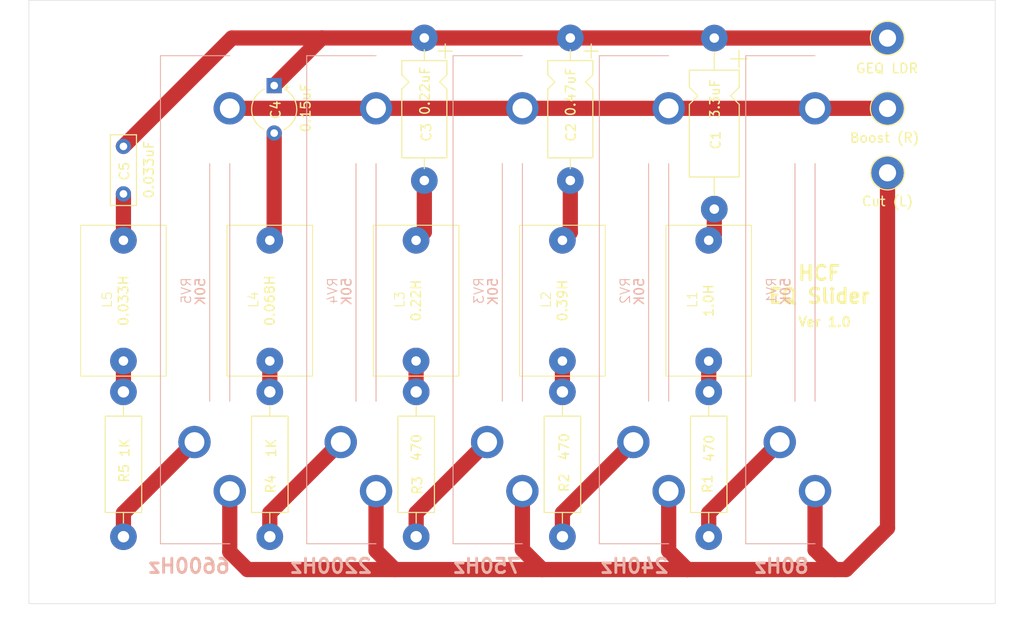
<source format=kicad_pcb>
(kicad_pcb (version 20241229) (generator "pcbnew") (generator_version "9.0")
  (layers (0 "F.Cu" signal) (2 "B.Cu" signal) (13 "F.Paste" user) (15 "B.Paste" user) (5 "F.SilkS" user "F.Silkscreen") (7 "B.SilkS" user "B.Silkscreen") (1 "F.Mask" user) (3 "B.Mask" user) (25 "Edge.Cuts" user))
  (net 0 "")
  (net 1 "Net-(C1-Pad1)")
  (net 2 "Net-(C1-Pad2)")
  (net 3 "Net-(C2-Pad2)")
  (net 4 "Net-(C3-Pad2)")
  (net 5 "Net-(R1-Pad1)")
  (net 6 "Net-(L1-Pad1)")
  (net 7 "Net-(L2-Pad1)")
  (net 8 "Net-(R2-Pad1)")
  (net 9 "Net-(R3-Pad1)")
  (net 10 "Net-(L3-Pad1)")
  (net 11 "Net-(R4-Pad1)")
  (net 12 "Net-(L4-Pad1)")
  (net 13 "Net-(L5-Pad1)")
  (net 14 "Net-(R5-Pad1)")
  (net 15 "Net-(RV1-Pad3)")
  (net 16 "Net-(RV1-Pad1)")
  (net 17 "Net-(C5-Pad2)")
  (net 18 "Net-(C4-Pad2)")
  (footprint "MountingHole:MountingHole_4mm" (layer "F.Cu") (at 202.82 126.03)
    (property "Reference" "REF**" (hide yes))
    (property "Value" "MountingHole_4mm")
    (pad "" np_thru_hole circle (at 0 0) (size 4 4) (drill 4) (layers "*.Cu" "*.Mask"))
  )
  (footprint "Capacitor_THT:CP_Axial_L10.0mm_D4.5mm_P15.00mm_Horizontal" (layer "F.Cu") (at 162.4475 70.81 -90)
    (property "Reference" "C2" (at 9.93 -0.0725 90) (layer "F.SilkS"))
    (property "Value" "0.47uF" (at 5.67 -0.0325 90) (layer "F.SilkS"))
    (fp_line (start 2.38 2.37) (end 3.88 2.37) (stroke (width 0.12)) (layer "F.SilkS"))
    (fp_line (start 3.88 2.37) (end 4.63 1.62) (stroke (width 0.12)) (layer "F.SilkS"))
    (fp_line (start 5.38 2.37) (end 12.62 2.37) (stroke (width 0.12)) (layer "F.SilkS"))
    (fp_line (start 4.63 1.62) (end 5.38 2.37) (stroke (width 0.12)) (layer "F.SilkS"))
    (fp_line (start 1.24 0) (end 2.38 0) (stroke (width 0.12)) (layer "F.SilkS"))
    (fp_line (start 13.76 0) (end 12.62 0) (stroke (width 0.12)) (layer "F.SilkS"))
    (fp_line (start 4.63 -1.62) (end 5.38 -2.37) (stroke (width 0.12)) (layer "F.SilkS"))
    (fp_line (start 0.63 -2.2) (end 2.13 -2.2) (stroke (width 0.12)) (layer "F.SilkS"))
    (fp_line (start 2.38 -2.37) (end 2.38 2.37) (stroke (width 0.12)) (layer "F.SilkS"))
    (fp_line (start 2.38 -2.37) (end 3.88 -2.37) (stroke (width 0.12)) (layer "F.SilkS"))
    (fp_line (start 3.88 -2.37) (end 4.63 -1.62) (stroke (width 0.12)) (layer "F.SilkS"))
    (fp_line (start 5.38 -2.37) (end 12.62 -2.37) (stroke (width 0.12)) (layer "F.SilkS"))
    (fp_line (start 12.62 -2.37) (end 12.62 2.37) (stroke (width 0.12)) (layer "F.SilkS"))
    (fp_line (start 1.38 -2.95) (end 1.38 -1.45) (stroke (width 0.12)) (layer "F.SilkS"))
    (pad "1" thru_hole circle (at 0 0 270) (size 2.8 2.8) (drill 1) (layers "*.Cu" "*.Mask") (net 1 "Net-(C1-Pad1)"))
    (pad "2" thru_hole circle (at 15 0 270) (size 2.8 2.8) (drill 1) (layers "*.Cu" "*.Mask") (net 3 "Net-(C2-Pad2)"))
  )
  (footprint "Resistor_THT:R_Axial_DIN0411_L9.9mm_D3.6mm_P15.24mm_Horizontal" (layer "F.Cu") (at 146.24 123.295 90)
    (property "Reference" "R3" (at 5.4 0.12 90) (layer "F.SilkS"))
    (property "Value" "470" (at 9.38 0.03 90) (layer "F.SilkS"))
    (fp_line (start 12.69 -1.92) (end 2.55 -1.92) (stroke (width 0.12)) (layer "F.SilkS"))
    (fp_line (start 2.55 -1.92) (end 2.55 1.92) (stroke (width 0.12)) (layer "F.SilkS"))
    (fp_line (start 13.8 0) (end 12.69 0) (stroke (width 0.12)) (layer "F.SilkS"))
    (fp_line (start 1.44 0) (end 2.55 0) (stroke (width 0.12)) (layer "F.SilkS"))
    (fp_line (start 12.69 1.92) (end 12.69 -1.92) (stroke (width 0.12)) (layer "F.SilkS"))
    (fp_line (start 2.55 1.92) (end 12.69 1.92) (stroke (width 0.12)) (layer "F.SilkS"))
    (pad "1" thru_hole circle (at 0 0 90) (size 2.8 2.8) (drill 1.2) (layers "*.Cu" "*.Mask") (net 9 "Net-(R3-Pad1)"))
    (pad "2" thru_hole circle (at 15.24 0 90) (size 2.8 2.8) (drill 1.2) (layers "*.Cu" "*.Mask") (net 10 "Net-(L3-Pad1)"))
  )
  (footprint "Capacitor_THT:CP_Axial_L11.0mm_D5.0mm_P18.00mm_Horizontal" (layer "F.Cu") (at 177.5875 70.82 -90)
    (property "Reference" "C1" (at 10.75 -0.1425 90) (layer "F.SilkS"))
    (property "Value" "3.3uF" (at 6.41 -0.0625 90) (layer "F.SilkS"))
    (fp_line (start 3.38 2.62) (end 5.18 2.62) (stroke (width 0.12)) (layer "F.SilkS"))
    (fp_line (start 5.18 2.62) (end 6.08 1.72) (stroke (width 0.12)) (layer "F.SilkS"))
    (fp_line (start 6.98 2.62) (end 14.62 2.62) (stroke (width 0.12)) (layer "F.SilkS"))
    (fp_line (start 6.08 1.72) (end 6.98 2.62) (stroke (width 0.12)) (layer "F.SilkS"))
    (fp_line (start 1.44 0) (end 3.38 0) (stroke (width 0.12)) (layer "F.SilkS"))
    (fp_line (start 16.56 0) (end 14.62 0) (stroke (width 0.12)) (layer "F.SilkS"))
    (fp_line (start 6.08 -1.72) (end 6.98 -2.62) (stroke (width 0.12)) (layer "F.SilkS"))
    (fp_line (start 1.28 -2.6) (end 3.08 -2.6) (stroke (width 0.12)) (layer "F.SilkS"))
    (fp_line (start 3.38 -2.62) (end 3.38 2.62) (stroke (width 0.12)) (layer "F.SilkS"))
    (fp_line (start 3.38 -2.62) (end 5.18 -2.62) (stroke (width 0.12)) (layer "F.SilkS"))
    (fp_line (start 5.18 -2.62) (end 6.08 -1.72) (stroke (width 0.12)) (layer "F.SilkS"))
    (fp_line (start 6.98 -2.62) (end 14.62 -2.62) (stroke (width 0.12)) (layer "F.SilkS"))
    (fp_line (start 14.62 -2.62) (end 14.62 2.62) (stroke (width 0.12)) (layer "F.SilkS"))
    (fp_line (start 2.18 -3.5) (end 2.18 -1.7) (stroke (width 0.12)) (layer "F.SilkS"))
    (pad "1" thru_hole circle (at 0 0 270) (size 2.8 2.8) (drill 1) (layers "*.Cu" "*.Mask") (net 1 "Net-(C1-Pad1)"))
    (pad "2" thru_hole circle (at 18 0 270) (size 2.8 2.8) (drill 1) (layers "*.Cu" "*.Mask") (net 2 "Net-(C1-Pad2)"))
  )
  (footprint "HiroFootprints:MB Inductor" (layer "F.Cu") (at 177 104.805 90)
    (property "Reference" "L1" (at 6.46 -1.72 90) (layer "F.SilkS") (effects (font (thickness 0.1))))
    (property "Value" "1.0H" (at 6.35 0 90) (layer "F.SilkS"))
    (fp_rect (start -1.5875 -4.5) (end 14.2875 4.5) (stroke (width 0.1)) (fill no) (layer "F.SilkS"))
    (pad "1" thru_hole circle (at 0 0 90) (size 2.8 2.8) (drill 1) (layers "*.Cu" "*.Mask") (net 6 "Net-(L1-Pad1)"))
    (pad "2" thru_hole circle (at 12.7 0 90) (size 2.8 2.8) (drill 1) (layers "*.Cu" "*.Mask") (net 2 "Net-(C1-Pad2)"))
  )
  (footprint "Resistor_THT:R_Axial_DIN0411_L9.9mm_D3.6mm_P15.24mm_Horizontal" (layer "F.Cu") (at 115.46 123.295 90)
    (property "Reference" "R5" (at 6.67 0.07 90) (layer "F.SilkS"))
    (property "Value" "1K" (at 9.36 0.12 90) (layer "F.SilkS"))
    (fp_line (start 12.69 -1.92) (end 2.55 -1.92) (stroke (width 0.12)) (layer "F.SilkS"))
    (fp_line (start 2.55 -1.92) (end 2.55 1.92) (stroke (width 0.12)) (layer "F.SilkS"))
    (fp_line (start 13.8 0) (end 12.69 0) (stroke (width 0.12)) (layer "F.SilkS"))
    (fp_line (start 1.44 0) (end 2.55 0) (stroke (width 0.12)) (layer "F.SilkS"))
    (fp_line (start 12.69 1.92) (end 12.69 -1.92) (stroke (width 0.12)) (layer "F.SilkS"))
    (fp_line (start 2.55 1.92) (end 12.69 1.92) (stroke (width 0.12)) (layer "F.SilkS"))
    (pad "1" thru_hole circle (at 0 0 90) (size 2.8 2.8) (drill 1.2) (layers "*.Cu" "*.Mask") (net 14 "Net-(R5-Pad1)"))
    (pad "2" thru_hole circle (at 15.24 0 90) (size 2.8 2.8) (drill 1.2) (layers "*.Cu" "*.Mask") (net 13 "Net-(L5-Pad1)"))
  )
  (footprint "Capacitor_THT:CP_Radial_Tantal_D4.5mm_P5.00mm" (layer "F.Cu") (at 131.31 75.82 -90)
    (property "Reference" "C4" (at 2.56 -0.16 90) (layer "F.SilkS"))
    (property "Value" "0.15uF" (at 2.36 -3.31 90) (layer "F.SilkS"))
    (fp_line (start -0.037288 -1.335) (end 0.412712 -1.335) (stroke (width 0.12)) (layer "F.SilkS"))
    (fp_line (start 0.187712 -1.56) (end 0.187712 -1.11) (stroke (width 0.12)) (layer "F.SilkS"))
    (fp_arc (start 4.619741 1.06) (mid 2.5 2.37) (end 0.380259 1.06) (stroke (width 0.12)) (layer "F.SilkS"))
    (fp_arc (start 0.380259 -1.06) (mid 2.5 -2.37) (end 4.619741 -1.06) (stroke (width 0.12)) (layer "F.SilkS"))
    (pad "1" thru_hole rect (at 0 0 270) (size 1.6 1.6) (drill 0.8) (layers "*.Cu" "*.Mask") (net 1 "Net-(C1-Pad1)"))
    (pad "2" thru_hole circle (at 5 0 270) (size 1.6 1.6) (drill 0.8) (layers "*.Cu" "*.Mask") (net 18 "Net-(C4-Pad2)"))
  )
  (footprint "HiroFootprints:Out_Hole_3.4_1.8" (layer "F.Cu") (at 195.8 85)
    (property "Reference" "TP1" (hide yes))
    (property "Value" "Cut (L)" (at 0 3 0) (layer "F.SilkS"))
    (fp_circle (center 0 0) (end 1.8 0) (stroke (width 0.12)) (fill no) (layer "F.SilkS"))
    (pad "1" thru_hole circle (at 0 0) (size 3.4 3.4) (drill 1.8) (layers "*.Cu" "*.Mask") (net 15 "Net-(RV1-Pad3)"))
  )
  (footprint "MountingHole:MountingHole_4mm" (layer "F.Cu") (at 109.82 71.15)
    (property "Reference" "REF**" (hide yes))
    (property "Value" "MountingHole_4mm")
    (pad "" np_thru_hole circle (at 0 0) (size 4 4) (drill 4) (layers "*.Cu" "*.Mask"))
  )
  (footprint "Resistor_THT:R_Axial_DIN0411_L9.9mm_D3.6mm_P15.24mm_Horizontal" (layer "F.Cu") (at 161.6175 123.295 90)
    (property "Reference" "R2" (at 5.67 0.19 90) (layer "F.SilkS"))
    (property "Value" "470" (at 9.47 0.19 90) (layer "F.SilkS"))
    (fp_line (start 12.69 -1.92) (end 2.55 -1.92) (stroke (width 0.12)) (layer "F.SilkS"))
    (fp_line (start 2.55 -1.92) (end 2.55 1.92) (stroke (width 0.12)) (layer "F.SilkS"))
    (fp_line (start 13.8 0) (end 12.69 0) (stroke (width 0.12)) (layer "F.SilkS"))
    (fp_line (start 1.44 0) (end 2.55 0) (stroke (width 0.12)) (layer "F.SilkS"))
    (fp_line (start 12.69 1.92) (end 12.69 -1.92) (stroke (width 0.12)) (layer "F.SilkS"))
    (fp_line (start 2.55 1.92) (end 12.69 1.92) (stroke (width 0.12)) (layer "F.SilkS"))
    (pad "1" thru_hole circle (at 0 0 90) (size 2.8 2.8) (drill 1.2) (layers "*.Cu" "*.Mask") (net 8 "Net-(R2-Pad1)"))
    (pad "2" thru_hole circle (at 15.24 0 90) (size 2.8 2.8) (drill 1.2) (layers "*.Cu" "*.Mask") (net 7 "Net-(L2-Pad1)"))
  )
  (footprint "HiroFootprints:Out_Hole_3.4_1.8" (layer "F.Cu") (at 195.8 70.83)
    (property "Reference" "TP3" (hide yes))
    (property "Value" "GEQ LDR" (at -0.05 3.18 0) (layer "F.SilkS"))
    (fp_circle (center 0 0) (end 1.8 0) (stroke (width 0.12)) (fill no) (layer "F.SilkS"))
    (pad "1" thru_hole circle (at 0 0) (size 3.4 3.4) (drill 1.8) (layers "*.Cu" "*.Mask") (net 1 "Net-(C1-Pad1)"))
  )
  (footprint "Capacitor_THT:C_Rect_L7.2mm_W2.5mm_P5.00mm_FKS2_FKP2_MKS2_MKP2" (layer "F.Cu") (at 115.46 82.22 -90)
    (property "Reference" "C5" (at 2.61 -0.09 90) (layer "F.SilkS"))
    (property "Value" "0.033uF" (at 2.45 -2.68 90) (layer "F.SilkS"))
    (fp_line (start -1.22 1.37) (end 6.22 1.37) (stroke (width 0.12)) (layer "F.SilkS"))
    (fp_line (start -1.22 -1.37) (end -1.22 1.37) (stroke (width 0.12)) (layer "F.SilkS"))
    (fp_line (start -1.22 -1.37) (end 6.22 -1.37) (stroke (width 0.12)) (layer "F.SilkS"))
    (fp_line (start 6.22 -1.37) (end 6.22 1.37) (stroke (width 0.12)) (layer "F.SilkS"))
    (pad "1" thru_hole circle (at 0 0 270) (size 1.6 1.6) (drill 0.8) (layers "*.Cu" "*.Mask") (net 1 "Net-(C1-Pad1)"))
    (pad "2" thru_hole circle (at 5 0 270) (size 1.6 1.6) (drill 0.8) (layers "*.Cu" "*.Mask") (net 17 "Net-(C5-Pad2)"))
  )
  (footprint "MountingHole:MountingHole_4mm" (layer "F.Cu") (at 202.82 71.15)
    (property "Reference" "REF**" (hide yes))
    (property "Value" "MountingHole_4mm")
    (pad "" np_thru_hole circle (at 0 0) (size 4 4) (drill 4) (layers "*.Cu" "*.Mask"))
  )
  (footprint "Resistor_THT:R_Axial_DIN0411_L9.9mm_D3.6mm_P15.24mm_Horizontal" (layer "F.Cu") (at 177 123.295 90)
    (property "Reference" "R1" (at 5.57 -0.12 90) (layer "F.SilkS"))
    (property "Value" "470" (at 9.3 0.06 90) (layer "F.SilkS"))
    (fp_line (start 12.69 -1.92) (end 2.55 -1.92) (stroke (width 0.12)) (layer "F.SilkS"))
    (fp_line (start 2.55 -1.92) (end 2.55 1.92) (stroke (width 0.12)) (layer "F.SilkS"))
    (fp_line (start 13.8 0) (end 12.69 0) (stroke (width 0.12)) (layer "F.SilkS"))
    (fp_line (start 1.44 0) (end 2.55 0) (stroke (width 0.12)) (layer "F.SilkS"))
    (fp_line (start 12.69 1.92) (end 12.69 -1.92) (stroke (width 0.12)) (layer "F.SilkS"))
    (fp_line (start 2.55 1.92) (end 12.69 1.92) (stroke (width 0.12)) (layer "F.SilkS"))
    (pad "1" thru_hole circle (at 0 0 90) (size 2.8 2.8) (drill 1.2) (layers "*.Cu" "*.Mask") (net 5 "Net-(R1-Pad1)"))
    (pad "2" thru_hole circle (at 15.24 0 90) (size 2.8 2.8) (drill 1.2) (layers "*.Cu" "*.Mask") (net 6 "Net-(L1-Pad1)"))
  )
  (footprint "HiroFootprints:MB Inductor" (layer "F.Cu") (at 130.85 104.805 90)
    (property "Reference" "L4" (at 6.46 -1.72 90) (layer "F.SilkS") (effects (font (thickness 0.1))))
    (property "Value" "0.068H" (at 6.35 0 90) (layer "F.SilkS"))
    (fp_rect (start -1.5875 -4.5) (end 14.2875 4.5) (stroke (width 0.1)) (fill no) (layer "F.SilkS"))
    (pad "1" thru_hole circle (at 0 0 90) (size 2.8 2.8) (drill 1) (layers "*.Cu" "*.Mask") (net 12 "Net-(L4-Pad1)"))
    (pad "2" thru_hole circle (at 12.7 0 90) (size 2.8 2.8) (drill 1) (layers "*.Cu" "*.Mask") (net 18 "Net-(C4-Pad2)"))
  )
  (footprint "MountingHole:MountingHole_4mm" (layer "F.Cu") (at 109.82 126.03)
    (property "Reference" "REF**" (hide yes))
    (property "Value" "MountingHole_4mm")
    (pad "" np_thru_hole circle (at 0 0) (size 4 4) (drill 4) (layers "*.Cu" "*.Mask"))
  )
  (footprint "HiroFootprints:MB Inductor" (layer "F.Cu") (at 146.23 104.805 90)
    (property "Reference" "L3" (at 6.46 -1.72 90) (layer "F.SilkS") (effects (font (thickness 0.1))))
    (property "Value" "0.22H" (at 6.35 0 90) (layer "F.SilkS"))
    (fp_rect (start -1.5875 -4.5) (end 14.2875 4.5) (stroke (width 0.1)) (fill no) (layer "F.SilkS"))
    (pad "1" thru_hole circle (at 0 0 90) (size 2.8 2.8) (drill 1) (layers "*.Cu" "*.Mask") (net 10 "Net-(L3-Pad1)"))
    (pad "2" thru_hole circle (at 12.7 0 90) (size 2.8 2.8) (drill 1) (layers "*.Cu" "*.Mask") (net 4 "Net-(C3-Pad2)"))
  )
  (footprint "HiroFootprints:MB Inductor" (layer "F.Cu") (at 161.6175 104.805 90)
    (property "Reference" "L2" (at 6.46 -1.72 90) (layer "F.SilkS") (effects (font (thickness 0.1))))
    (property "Value" "0.39H" (at 6.35 0 90) (layer "F.SilkS"))
    (fp_rect (start -1.5875 -4.5) (end 14.2875 4.5) (stroke (width 0.1)) (fill no) (layer "F.SilkS"))
    (pad "1" thru_hole circle (at 0 0 90) (size 2.8 2.8) (drill 1) (layers "*.Cu" "*.Mask") (net 7 "Net-(L2-Pad1)"))
    (pad "2" thru_hole circle (at 12.7 0 90) (size 2.8 2.8) (drill 1) (layers "*.Cu" "*.Mask") (net 3 "Net-(C2-Pad2)"))
  )
  (footprint "HiroFootprints:Out_Hole_3.4_1.8" (layer "F.Cu") (at 195.8 78.23)
    (property "Reference" "TP2" (hide yes))
    (property "Value" "Boost (R)" (at -0.31 3.085 0) (layer "F.SilkS"))
    (fp_circle (center 0 0) (end 1.8 0) (stroke (width 0.12)) (fill no) (layer "F.SilkS"))
    (pad "1" thru_hole circle (at 0 0) (size 3.4 3.4) (drill 1.8) (layers "*.Cu" "*.Mask") (net 16 "Net-(RV1-Pad1)"))
  )
  (footprint "Capacitor_THT:CP_Axial_L10.0mm_D4.5mm_P15.00mm_Horizontal" (layer "F.Cu") (at 147.0975 70.81 -90)
    (property "Reference" "C3" (at 9.93 -0.2125 90) (layer "F.SilkS"))
    (property "Value" "0.22uF" (at 5.55 -0.0625 90) (layer "F.SilkS"))
    (fp_line (start 2.38 2.37) (end 3.88 2.37) (stroke (width 0.12)) (layer "F.SilkS"))
    (fp_line (start 3.88 2.37) (end 4.63 1.62) (stroke (width 0.12)) (layer "F.SilkS"))
    (fp_line (start 5.38 2.37) (end 12.62 2.37) (stroke (width 0.12)) (layer "F.SilkS"))
    (fp_line (start 4.63 1.62) (end 5.38 2.37) (stroke (width 0.12)) (layer "F.SilkS"))
    (fp_line (start 1.24 0) (end 2.38 0) (stroke (width 0.12)) (layer "F.SilkS"))
    (fp_line (start 13.76 0) (end 12.62 0) (stroke (width 0.12)) (layer "F.SilkS"))
    (fp_line (start 4.63 -1.62) (end 5.38 -2.37) (stroke (width 0.12)) (layer "F.SilkS"))
    (fp_line (start 0.63 -2.2) (end 2.13 -2.2) (stroke (width 0.12)) (layer "F.SilkS"))
    (fp_line (start 2.38 -2.37) (end 2.38 2.37) (stroke (width 0.12)) (layer "F.SilkS"))
    (fp_line (start 2.38 -2.37) (end 3.88 -2.37) (stroke (width 0.12)) (layer "F.SilkS"))
    (fp_line (start 3.88 -2.37) (end 4.63 -1.62) (stroke (width 0.12)) (layer "F.SilkS"))
    (fp_line (start 5.38 -2.37) (end 12.62 -2.37) (stroke (width 0.12)) (layer "F.SilkS"))
    (fp_line (start 12.62 -2.37) (end 12.62 2.37) (stroke (width 0.12)) (layer "F.SilkS"))
    (fp_line (start 1.38 -2.95) (end 1.38 -1.45) (stroke (width 0.12)) (layer "F.SilkS"))
    (pad "1" thru_hole circle (at 0 0 270) (size 2.8 2.8) (drill 1) (layers "*.Cu" "*.Mask") (net 1 "Net-(C1-Pad1)"))
    (pad "2" thru_hole circle (at 15 0 270) (size 2.8 2.8) (drill 1) (layers "*.Cu" "*.Mask") (net 4 "Net-(C3-Pad2)"))
  )
  (footprint "HiroFootprints:MB Inductor" (layer "F.Cu") (at 115.46 104.805 90)
    (property "Reference" "L5" (at 6.46 -1.72 90) (layer "F.SilkS") (effects (font (thickness 0.1))))
    (property "Value" "0.033H" (at 6.35 0 90) (layer "F.SilkS"))
    (fp_rect (start -1.5875 -4.5) (end 14.2875 4.5) (stroke (width 0.1)) (fill no) (layer "F.SilkS"))
    (pad "1" thru_hole circle (at 0 0 90) (size 2.8 2.8) (drill 1) (layers "*.Cu" "*.Mask") (net 13 "Net-(L5-Pad1)"))
    (pad "2" thru_hole circle (at 12.7 0 90) (size 2.8 2.8) (drill 1) (layers "*.Cu" "*.Mask") (net 17 "Net-(C5-Pad2)"))
  )
  (footprint "Resistor_THT:R_Axial_DIN0411_L9.9mm_D3.6mm_P15.24mm_Horizontal" (layer "F.Cu") (at 130.85 123.295 90)
    (property "Reference" "R4" (at 5.54 0.1 90) (layer "F.SilkS"))
    (property "Value" "1K" (at 9.33 0.15 90) (layer "F.SilkS"))
    (fp_line (start 12.69 -1.92) (end 2.55 -1.92) (stroke (width 0.12)) (layer "F.SilkS"))
    (fp_line (start 2.55 -1.92) (end 2.55 1.92) (stroke (width 0.12)) (layer "F.SilkS"))
    (fp_line (start 13.8 0) (end 12.69 0) (stroke (width 0.12)) (layer "F.SilkS"))
    (fp_line (start 1.44 0) (end 2.55 0) (stroke (width 0.12)) (layer "F.SilkS"))
    (fp_line (start 12.69 1.92) (end 12.69 -1.92) (stroke (width 0.12)) (layer "F.SilkS"))
    (fp_line (start 2.55 1.92) (end 12.69 1.92) (stroke (width 0.12)) (layer "F.SilkS"))
    (pad "1" thru_hole circle (at 0 0 90) (size 2.8 2.8) (drill 1.2) (layers "*.Cu" "*.Mask") (net 11 "Net-(R4-Pad1)"))
    (pad "2" thru_hole circle (at 15.24 0 90) (size 2.8 2.8) (drill 1.2) (layers "*.Cu" "*.Mask") (net 12 "Net-(L4-Pad1)"))
  )
  (footprint "HiroFootprints:Mesa 588536" (layer "B.Cu") (at 142.02 124.035 -90)
    (property "Reference" "RV4" (at -26.63 4.57 90) (layer "B.SilkS") (effects (font (thickness 0.1)) (justify mirror)))
    (property "Value" "50K" (at -26.53 3.1 90) (layer "B.SilkS") (effects (justify mirror)))
    (fp_line (start 0 7.29) (end -51.36 7.29) (stroke (width 0.1)) (layer "B.SilkS"))
    (fp_line (start -40 2.11) (end -15 2.11) (stroke (width 0.1)) (layer "B.SilkS"))
    (fp_line (start -51.36 0) (end -51.36 7.29) (stroke (width 0.1)) (layer "B.SilkS"))
    (fp_line (start -15 0) (end -40 0) (stroke (width 0.1)) (layer "B.SilkS"))
    (fp_line (start 0 0) (end 0 7.29) (stroke (width 0.1)) (layer "B.SilkS"))
    (pad "1" thru_hole circle (at -45.82 0 270) (size 3.4 3.4) (drill 2.08) (layers "*.Cu" "*.Mask") (net 16 "Net-(RV1-Pad1)"))
    (pad "2" thru_hole circle (at -10.7 3.71 270) (size 3.4 3.4) (drill 2.08) (layers "*.Cu" "*.Mask") (net 11 "Net-(R4-Pad1)"))
    (pad "3" thru_hole circle (at -5.54 0 270) (size 3.4 3.4) (drill 2.08) (layers "*.Cu" "*.Mask") (net 15 "Net-(RV1-Pad3)"))
  )
  (footprint "HiroFootprints:Mesa 588536" (layer "B.Cu") (at 172.79 124.035 -90)
    (property "Reference" "RV2" (at -26.63 4.57 90) (layer "B.SilkS") (effects (font (thickness 0.1)) (justify mirror)))
    (property "Value" "50K" (at -26.53 3.1 90) (layer "B.SilkS") (effects (justify mirror)))
    (fp_line (start 0 7.29) (end -51.36 7.29) (stroke (width 0.1)) (layer "B.SilkS"))
    (fp_line (start -40 2.11) (end -15 2.11) (stroke (width 0.1)) (layer "B.SilkS"))
    (fp_line (start -51.36 0) (end -51.36 7.29) (stroke (width 0.1)) (layer "B.SilkS"))
    (fp_line (start -15 0) (end -40 0) (stroke (width 0.1)) (layer "B.SilkS"))
    (fp_line (start 0 0) (end 0 7.29) (stroke (width 0.1)) (layer "B.SilkS"))
    (pad "1" thru_hole circle (at -45.82 0 270) (size 3.4 3.4) (drill 2.08) (layers "*.Cu" "*.Mask") (net 16 "Net-(RV1-Pad1)"))
    (pad "2" thru_hole circle (at -10.7 3.71 270) (size 3.4 3.4) (drill 2.08) (layers "*.Cu" "*.Mask") (net 8 "Net-(R2-Pad1)"))
    (pad "3" thru_hole circle (at -5.54 0 270) (size 3.4 3.4) (drill 2.08) (layers "*.Cu" "*.Mask") (net 15 "Net-(RV1-Pad3)"))
  )
  (footprint "HiroFootprints:Mesa 588536" (layer "B.Cu") (at 157.41 124.035 -90)
    (property "Reference" "RV3" (at -26.63 4.57 90) (layer "B.SilkS") (effects (font (thickness 0.1)) (justify mirror)))
    (property "Value" "50K" (at -26.53 3.1 90) (layer "B.SilkS") (effects (justify mirror)))
    (fp_line (start 0 7.29) (end -51.36 7.29) (stroke (width 0.1)) (layer "B.SilkS"))
    (fp_line (start -40 2.11) (end -15 2.11) (stroke (width 0.1)) (layer "B.SilkS"))
    (fp_line (start -51.36 0) (end -51.36 7.29) (stroke (width 0.1)) (layer "B.SilkS"))
    (fp_line (start -15 0) (end -40 0) (stroke (width 0.1)) (layer "B.SilkS"))
    (fp_line (start 0 0) (end 0 7.29) (stroke (width 0.1)) (layer "B.SilkS"))
    (pad "1" thru_hole circle (at -45.82 0 270) (size 3.4 3.4) (drill 2.08) (layers "*.Cu" "*.Mask") (net 16 "Net-(RV1-Pad1)"))
    (pad "2" thru_hole circle (at -10.7 3.71 270) (size 3.4 3.4) (drill 2.08) (layers "*.Cu" "*.Mask") (net 9 "Net-(R3-Pad1)"))
    (pad "3" thru_hole circle (at -5.54 0 270) (size 3.4 3.4) (drill 2.08) (layers "*.Cu" "*.Mask") (net 15 "Net-(RV1-Pad3)"))
  )
  (footprint "HiroFootprints:Mesa 588536" (layer "B.Cu") (at 126.64 124.035 -90)
    (property "Reference" "RV5" (at -26.63 4.57 90) (layer "B.SilkS") (effects (font (thickness 0.1)) (justify mirror)))
    (property "Value" "50K" (at -26.53 3.1 90) (layer "B.SilkS") (effects (justify mirror)))
    (fp_line (start 0 7.29) (end -51.36 7.29) (stroke (width 0.1)) (layer "B.SilkS"))
    (fp_line (start -40 2.11) (end -15 2.11) (stroke (width 0.1)) (layer "B.SilkS"))
    (fp_line (start -51.36 0) (end -51.36 7.29) (stroke (width 0.1)) (layer "B.SilkS"))
    (fp_line (start -15 0) (end -40 0) (stroke (width 0.1)) (layer "B.SilkS"))
    (fp_line (start 0 0) (end 0 7.29) (stroke (width 0.1)) (layer "B.SilkS"))
    (pad "1" thru_hole circle (at -45.82 0 270) (size 3.4 3.4) (drill 2.08) (layers "*.Cu" "*.Mask") (net 16 "Net-(RV1-Pad1)"))
    (pad "2" thru_hole circle (at -10.7 3.71 270) (size 3.4 3.4) (drill 2.08) (layers "*.Cu" "*.Mask") (net 14 "Net-(R5-Pad1)"))
    (pad "3" thru_hole circle (at -5.54 0 270) (size 3.4 3.4) (drill 2.08) (layers "*.Cu" "*.Mask") (net 15 "Net-(RV1-Pad3)"))
  )
  (footprint "HiroFootprints:Mesa 588536" (layer "B.Cu") (at 188.18 124.035 -90)
    (property "Reference" "RV1" (at -26.63 4.57 90) (layer "B.SilkS") (effects (font (thickness 0.1)) (justify mirror)))
    (property "Value" "50K" (at -26.53 3.1 90) (layer "B.SilkS") (effects (justify mirror)))
    (fp_line (start 0 7.29) (end -51.36 7.29) (stroke (width 0.1)) (layer "B.SilkS"))
    (fp_line (start -40 2.11) (end -15 2.11) (stroke (width 0.1)) (layer "B.SilkS"))
    (fp_line (start -51.36 0) (end -51.36 7.29) (stroke (width 0.1)) (layer "B.SilkS"))
    (fp_line (start -15 0) (end -40 0) (stroke (width 0.1)) (layer "B.SilkS"))
    (fp_line (start 0 0) (end 0 7.29) (stroke (width 0.1)) (layer "B.SilkS"))
    (pad "1" thru_hole circle (at -45.82 0 270) (size 3.4 3.4) (drill 2.08) (layers "*.Cu" "*.Mask") (net 16 "Net-(RV1-Pad1)"))
    (pad "2" thru_hole circle (at -10.7 3.71 270) (size 3.4 3.4) (drill 2.08) (layers "*.Cu" "*.Mask") (net 5 "Net-(R1-Pad1)"))
    (pad "3" thru_hole circle (at -5.54 0 270) (size 3.4 3.4) (drill 2.08) (layers "*.Cu" "*.Mask") (net 15 "Net-(RV1-Pad3)"))
  )
  (gr_rect (start 105.52 66.84) (end 207.12 130.34) (stroke (width 0.05)) (fill no) (layer "Edge.Cuts"))
  (gr_text "Ver 1.0" (at 186.31 101.29 0) (layer "F.SilkS") (effects (font (size 1 1) (thickness 0.2) (bold yes)) (justify left bottom)))
  (gr_text "HCF\nEQ Slider" (at 188.62 98.85 0) (layer "F.SilkS") (effects (font (size 1.5 1.5) (thickness 0.3) (bold yes)) (justify bottom)))
  (gr_text "80Hz" (at 187.68 127.26 0) (layer "B.SilkS") (effects (font (size 1.5 1.5) (thickness 0.3) (bold yes)) (justify left bottom mirror)))
  (gr_text "2200Hz" (at 141.73 127.26 0) (layer "B.SilkS") (effects (font (size 1.5 1.5) (thickness 0.3) (bold yes)) (justify left bottom mirror)))
  (gr_text "240Hz" (at 172.93 127.26 0) (layer "B.SilkS") (effects (font (size 1.5 1.5) (thickness 0.3) (bold yes)) (justify left bottom mirror)))
  (gr_text "6600Hz" (at 126.81 127.26 0) (layer "B.SilkS") (effects (font (size 1.5 1.5) (thickness 0.3) (bold yes)) (justify left bottom mirror)))
  (gr_text "750Hz" (at 157.44 127.26 0) (layer "B.SilkS") (effects (font (size 1.5 1.5) (thickness 0.3) (bold yes)) (justify left bottom mirror)))
  (segment (start 162.4475 70.81) (end 177.5775 70.81) (width 1.6) (layer "F.Cu") (net 1))
  (segment (start 195.79 70.82) (end 195.8 70.83) (width 1.6) (layer "F.Cu") (net 1))
  (segment (start 136.33 70.81) (end 147.0975 70.81) (width 1.6) (layer "F.Cu") (net 1))
  (segment (start 131.31 75.82) (end 136.32 70.81) (width 1.6) (layer "F.Cu") (net 1))
  (segment (start 147.0975 70.81) (end 162.4475 70.81) (width 1.6) (layer "F.Cu") (net 1))
  (segment (start 115.46 82.22) (end 126.87 70.81) (width 1.6) (layer "F.Cu") (net 1))
  (segment (start 177.5875 70.82) (end 195.79 70.82) (width 1.6) (layer "F.Cu") (net 1))
  (segment (start 136.32 70.81) (end 136.33 70.81) (width 1.6) (layer "F.Cu") (net 1))
  (segment (start 177.5775 70.81) (end 177.5875 70.82) (width 1.6) (layer "F.Cu") (net 1))
  (segment (start 126.87 70.81) (end 136.33 70.81) (width 1.6) (layer "F.Cu") (net 1))
  (segment (start 177.5875 88.82) (end 177.5875 91.5175) (width 1.6) (layer "F.Cu") (net 2))
  (segment (start 177.5875 91.5175) (end 177 92.105) (width 1.6) (layer "F.Cu") (net 2))
  (segment (start 162.4475 85.81) (end 162.4475 91.275) (width 1.6) (layer "F.Cu") (net 3))
  (segment (start 162.4475 91.275) (end 161.6175 92.105) (width 1.6) (layer "F.Cu") (net 3))
  (segment (start 147.0975 91.2375) (end 146.23 92.105) (width 1.6) (layer "F.Cu") (net 4))
  (segment (start 147.0975 85.81) (end 147.0975 91.2375) (width 1.6) (layer "F.Cu") (net 4))
  (segment (start 177 123.295) (end 177 120.805) (width 1.6) (layer "F.Cu") (net 5))
  (segment (start 177 120.805) (end 184.47 113.335) (width 1.6) (layer "F.Cu") (net 5))
  (segment (start 177 104.805) (end 177 108.055) (width 1.6) (layer "F.Cu") (net 6))
  (segment (start 161.6175 104.805) (end 161.6175 108.055) (width 1.6) (layer "F.Cu") (net 7))
  (segment (start 161.6175 120.7975) (end 169.08 113.335) (width 1.6) (layer "F.Cu") (net 8))
  (segment (start 161.6175 123.295) (end 161.6175 120.7975) (width 1.6) (layer "F.Cu") (net 8))
  (segment (start 146.24 120.795) (end 153.7 113.335) (width 1.6) (layer "F.Cu") (net 9))
  (segment (start 146.24 123.295) (end 146.24 120.795) (width 1.6) (layer "F.Cu") (net 9))
  (segment (start 146.23 108.045) (end 146.24 108.055) (width 1.6) (layer "F.Cu") (net 10))
  (segment (start 146.23 104.805) (end 146.23 108.045) (width 1.6) (layer "F.Cu") (net 10))
  (segment (start 130.85 123.295) (end 130.85 120.795) (width 1.6) (layer "F.Cu") (net 11))
  (segment (start 130.85 120.795) (end 138.31 113.335) (width 1.6) (layer "F.Cu") (net 11))
  (segment (start 130.85 104.805) (end 130.85 108.055) (width 1.6) (layer "F.Cu") (net 12))
  (segment (start 115.46 104.805) (end 115.46 108.055) (width 1.6) (layer "F.Cu") (net 13))
  (segment (start 115.46 123.295) (end 115.46 120.805) (width 1.6) (layer "F.Cu") (net 14))
  (segment (start 115.46 120.805) (end 122.93 113.335) (width 1.6) (layer "F.Cu") (net 14))
  (segment (start 188.18 118.495) (end 188.18 124.68) (width 1.6) (layer "F.Cu") (net 15))
  (segment (start 191.44 126.75) (end 190.25 126.75) (width 1.6) (layer "F.Cu") (net 15))
  (segment (start 182.5 126.75) (end 190.25 126.75) (width 1.6) (layer "F.Cu") (net 15))
  (segment (start 126.64 124.89) (end 126.75 125) (width 1.6) (layer "F.Cu") (net 15))
  (segment (start 195.8 122.39) (end 191.44 126.75) (width 1.6) (layer "F.Cu") (net 15))
  (segment (start 157.41 124.66) (end 159.5 126.75) (width 1.6) (layer "F.Cu") (net 15))
  (segment (start 157.41 118.495) (end 157.41 124.66) (width 1.6) (layer "F.Cu") (net 15))
  (segment (start 142.02 124.77) (end 144 126.75) (width 1.6) (layer "F.Cu") (net 15))
  (segment (start 126.75 125) (end 128.5 126.75) (width 1.6) (layer "F.Cu") (net 15))
  (segment (start 172.79 118.495) (end 172.79 124.79) (width 1.6) (layer "F.Cu") (net 15))
  (segment (start 188.18 124.68) (end 190.25 126.75) (width 1.6) (layer "F.Cu") (net 15))
  (segment (start 144 126.75) (end 159.5 126.75) (width 1.6) (layer "F.Cu") (net 15))
  (segment (start 126.64 118.495) (end 126.64 124.89) (width 1.6) (layer "F.Cu") (net 15))
  (segment (start 174.75 126.75) (end 182.5 126.75) (width 1.6) (layer "F.Cu") (net 15))
  (segment (start 142.02 118.495) (end 142.02 124.77) (width 1.6) (layer "F.Cu") (net 15))
  (segment (start 172.79 124.79) (end 174.75 126.75) (width 1.6) (layer "F.Cu") (net 15))
  (segment (start 128.5 126.75) (end 144 126.75) (width 1.6) (layer "F.Cu") (net 15))
  (segment (start 195.8 122.39) (end 195.8 85) (width 1.6) (layer "F.Cu") (net 15))
  (segment (start 159.5 126.75) (end 174.75 126.75) (width 1.6) (layer "F.Cu") (net 15))
  (segment (start 142.02 78.215) (end 157.41 78.215) (width 1.6) (layer "F.Cu") (net 16))
  (segment (start 157.41 78.215) (end 172.79 78.215) (width 1.6) (layer "F.Cu") (net 16))
  (segment (start 195.785 78.215) (end 195.8 78.23) (width 1.6) (layer "F.Cu") (net 16))
  (segment (start 172.79 78.215) (end 188.18 78.215) (width 1.6) (layer "F.Cu") (net 16))
  (segment (start 126.64 78.215) (end 142.02 78.215) (width 1.6) (layer "F.Cu") (net 16))
  (segment (start 188.18 78.215) (end 195.785 78.215) (width 1.6) (layer "F.Cu") (net 16))
  (segment (start 115.46 92.105) (end 115.46 87.22) (width 1.6) (layer "F.Cu") (net 17))
  (segment (start 131.31 91.645) (end 130.85 92.105) (width 1.6) (layer "F.Cu") (net 18))
  (segment (start 131.31 80.82) (end 131.31 91.645) (width 1.6) (layer "F.Cu") (net 18))
)
</source>
